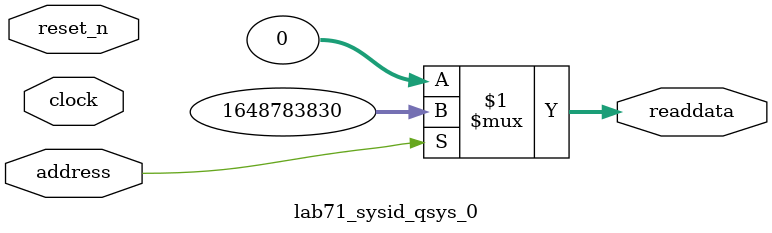
<source format=v>



// synthesis translate_off
`timescale 1ns / 1ps
// synthesis translate_on

// turn off superfluous verilog processor warnings 
// altera message_level Level1 
// altera message_off 10034 10035 10036 10037 10230 10240 10030 

module lab71_sysid_qsys_0 (
               // inputs:
                address,
                clock,
                reset_n,

               // outputs:
                readdata
             )
;

  output  [ 31: 0] readdata;
  input            address;
  input            clock;
  input            reset_n;

  wire    [ 31: 0] readdata;
  //control_slave, which is an e_avalon_slave
  assign readdata = address ? 1648783830 : 0;

endmodule



</source>
